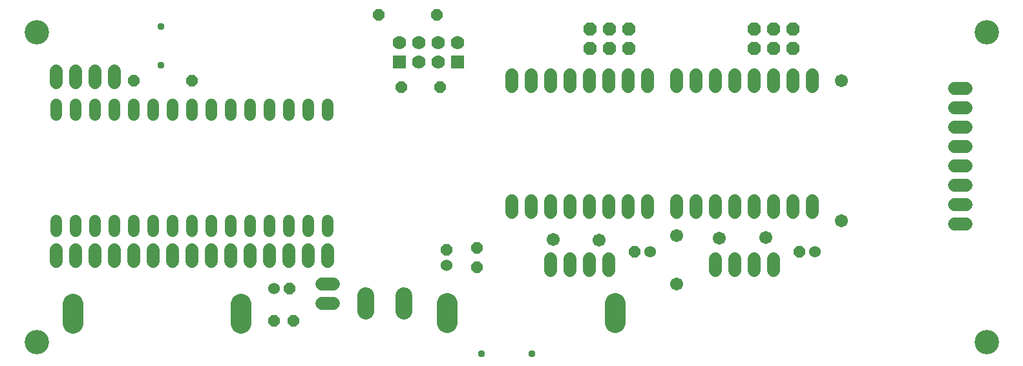
<source format=gbr>
G04 EAGLE Gerber RS-274X export*
G75*
%MOMM*%
%FSLAX34Y34*%
%LPD*%
%INSoldermask Top*%
%IPPOS*%
%AMOC8*
5,1,8,0,0,1.08239X$1,22.5*%
G01*
%ADD10C,3.203200*%
%ADD11C,1.727200*%
%ADD12C,1.511200*%
%ADD13C,2.184400*%
%ADD14P,1.869504X8X202.500000*%
%ADD15R,1.778200X1.778200*%
%ADD16C,1.778200*%
%ADD17P,1.649562X8X22.500000*%
%ADD18P,1.649562X8X202.500000*%
%ADD19C,1.524000*%
%ADD20P,1.649562X8X112.500000*%
%ADD21C,2.743200*%
%ADD22C,1.703200*%
%ADD23C,0.959600*%


D10*
X25400Y711200D03*
X25400Y304800D03*
X1270000Y304800D03*
X1270000Y711200D03*
D11*
X774700Y414020D02*
X774700Y398780D01*
X749300Y398780D02*
X749300Y414020D01*
X723900Y414020D02*
X723900Y398780D01*
X698500Y398780D02*
X698500Y414020D01*
D12*
X406400Y603060D02*
X406400Y616140D01*
X381000Y616140D02*
X381000Y603060D01*
X355600Y603060D02*
X355600Y616140D01*
X330200Y616140D02*
X330200Y603060D01*
X304800Y603060D02*
X304800Y616140D01*
X279400Y616140D02*
X279400Y603060D01*
X254000Y603060D02*
X254000Y616140D01*
X228600Y616140D02*
X228600Y603060D01*
X203200Y603060D02*
X203200Y616140D01*
X177800Y616140D02*
X177800Y603060D01*
X152400Y603060D02*
X152400Y616140D01*
X127000Y616140D02*
X127000Y603060D01*
X406400Y463740D02*
X406400Y450660D01*
X381000Y450660D02*
X381000Y463740D01*
X355600Y463740D02*
X355600Y450660D01*
X203200Y450660D02*
X203200Y463740D01*
X177800Y463740D02*
X177800Y450660D01*
X152400Y450660D02*
X152400Y463740D01*
X127000Y463740D02*
X127000Y450660D01*
X50800Y450660D02*
X50800Y463740D01*
X50800Y603060D02*
X50800Y616140D01*
X76200Y616140D02*
X76200Y603060D01*
X101600Y603060D02*
X101600Y616140D01*
X76200Y463740D02*
X76200Y450660D01*
X101600Y450660D02*
X101600Y463740D01*
X330200Y463740D02*
X330200Y450660D01*
X228600Y450660D02*
X228600Y463740D01*
X254000Y463740D02*
X254000Y450660D01*
X279400Y450660D02*
X279400Y463740D01*
X304800Y463740D02*
X304800Y450660D01*
D11*
X1228090Y637540D02*
X1243330Y637540D01*
X1243330Y612140D02*
X1228090Y612140D01*
X1228090Y586740D02*
X1243330Y586740D01*
X1243330Y561340D02*
X1228090Y561340D01*
X1228090Y535940D02*
X1243330Y535940D01*
X1243330Y510540D02*
X1228090Y510540D01*
X1228090Y485140D02*
X1243330Y485140D01*
X1243330Y459740D02*
X1228090Y459740D01*
X825500Y640080D02*
X825500Y655320D01*
X800100Y655320D02*
X800100Y640080D01*
X774700Y640080D02*
X774700Y655320D01*
X749300Y655320D02*
X749300Y640080D01*
X723900Y640080D02*
X723900Y655320D01*
X698500Y655320D02*
X698500Y640080D01*
X673100Y640080D02*
X673100Y655320D01*
X647700Y655320D02*
X647700Y640080D01*
X825500Y490220D02*
X825500Y474980D01*
X800100Y474980D02*
X800100Y490220D01*
X774700Y490220D02*
X774700Y474980D01*
X749300Y474980D02*
X749300Y490220D01*
X723900Y490220D02*
X723900Y474980D01*
X698500Y474980D02*
X698500Y490220D01*
X673100Y490220D02*
X673100Y474980D01*
X647700Y474980D02*
X647700Y490220D01*
D13*
X506476Y365506D02*
X506476Y345694D01*
X456438Y345694D02*
X456438Y365506D01*
D11*
X1041400Y640080D02*
X1041400Y655320D01*
X1016000Y655320D02*
X1016000Y640080D01*
X990600Y640080D02*
X990600Y655320D01*
X965200Y655320D02*
X965200Y640080D01*
X939800Y640080D02*
X939800Y655320D01*
X914400Y655320D02*
X914400Y640080D01*
X889000Y640080D02*
X889000Y655320D01*
X863600Y655320D02*
X863600Y640080D01*
X1041400Y490220D02*
X1041400Y474980D01*
X1016000Y474980D02*
X1016000Y490220D01*
X990600Y490220D02*
X990600Y474980D01*
X965200Y474980D02*
X965200Y490220D01*
X939800Y490220D02*
X939800Y474980D01*
X914400Y474980D02*
X914400Y490220D01*
X889000Y490220D02*
X889000Y474980D01*
X863600Y474980D02*
X863600Y490220D01*
X990600Y414020D02*
X990600Y398780D01*
X965200Y398780D02*
X965200Y414020D01*
X939800Y414020D02*
X939800Y398780D01*
X914400Y398780D02*
X914400Y414020D01*
D14*
X801370Y715010D03*
X801370Y689610D03*
X775970Y715010D03*
X775970Y689610D03*
X750570Y715010D03*
X750570Y689610D03*
X1016000Y715010D03*
X1016000Y689610D03*
X990600Y715010D03*
X990600Y689610D03*
X965200Y715010D03*
X965200Y689610D03*
D11*
X414020Y355600D02*
X398780Y355600D01*
X398780Y381000D02*
X414020Y381000D01*
D15*
X500380Y671830D03*
D16*
X525780Y671830D03*
X551180Y671830D03*
D15*
X576580Y671830D03*
D16*
X576580Y697230D03*
X551180Y697230D03*
X525780Y697230D03*
X500380Y697230D03*
D17*
X502920Y638810D03*
X553720Y638810D03*
X152400Y647700D03*
X228600Y647700D03*
X473710Y734060D03*
X549910Y734060D03*
D11*
X50800Y660400D02*
X50800Y645160D01*
X76200Y645160D02*
X76200Y660400D01*
X101600Y660400D02*
X101600Y645160D01*
X127000Y645160D02*
X127000Y660400D01*
X50800Y425450D02*
X50800Y410210D01*
X76200Y410210D02*
X76200Y425450D01*
X101600Y425450D02*
X101600Y410210D01*
X127000Y410210D02*
X127000Y425450D01*
X152400Y425450D02*
X152400Y410210D01*
X177800Y410210D02*
X177800Y425450D01*
X203200Y425450D02*
X203200Y410210D01*
X228600Y410210D02*
X228600Y425450D01*
X254000Y425450D02*
X254000Y410210D01*
X279400Y410210D02*
X279400Y425450D01*
X304800Y425450D02*
X304800Y410210D01*
X330200Y410210D02*
X330200Y425450D01*
X355600Y425450D02*
X355600Y410210D01*
X381000Y410210D02*
X381000Y425450D01*
X406400Y425450D02*
X406400Y410210D01*
D18*
X808990Y422910D03*
D19*
X829310Y422910D03*
D18*
X1024890Y422910D03*
D19*
X1045210Y422910D03*
D20*
X562610Y425450D03*
D19*
X562610Y405130D03*
D20*
X601980Y402590D03*
X601980Y427990D03*
D17*
X356870Y374650D03*
D19*
X336550Y374650D03*
D17*
X336550Y332740D03*
X361950Y332740D03*
D21*
X563118Y330200D02*
X563118Y355600D01*
X783082Y355600D02*
X783082Y330200D01*
X292862Y328930D02*
X292862Y354330D01*
X72898Y354330D02*
X72898Y328930D01*
D22*
X762000Y438150D03*
X701950Y439420D03*
D23*
X674370Y289560D03*
X608330Y289560D03*
D22*
X863600Y444500D03*
X863600Y381000D03*
X1079500Y647700D03*
X1079500Y463910D03*
X980355Y442045D03*
X920080Y440690D03*
D23*
X187960Y718820D03*
X187960Y668020D03*
M02*

</source>
